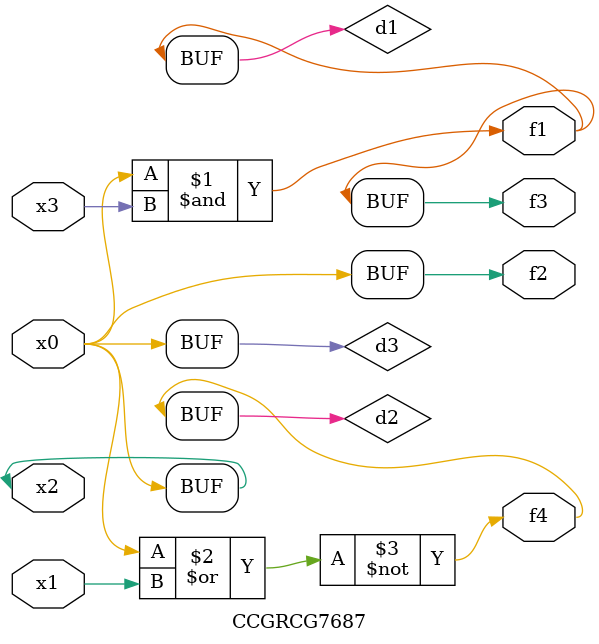
<source format=v>
module CCGRCG7687(
	input x0, x1, x2, x3,
	output f1, f2, f3, f4
);

	wire d1, d2, d3;

	and (d1, x2, x3);
	nor (d2, x0, x1);
	buf (d3, x0, x2);
	assign f1 = d1;
	assign f2 = d3;
	assign f3 = d1;
	assign f4 = d2;
endmodule

</source>
